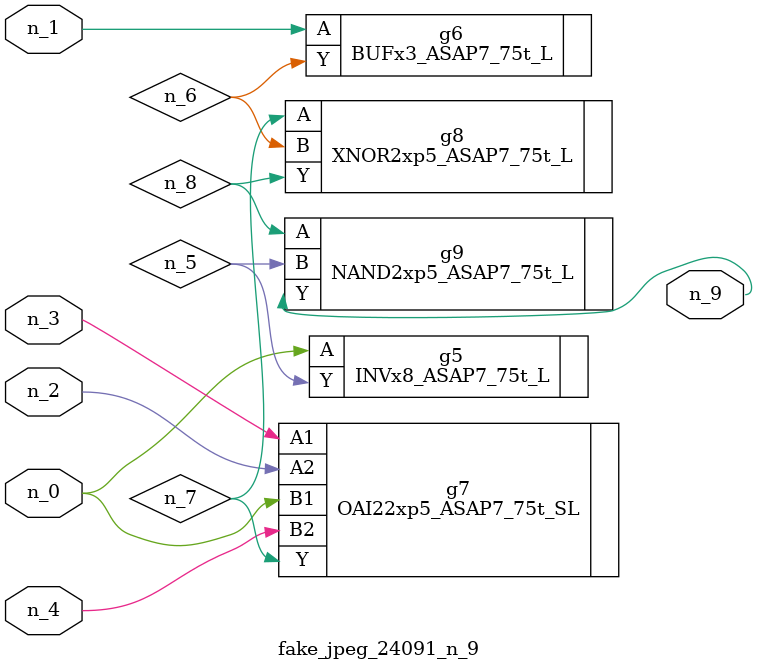
<source format=v>
module fake_jpeg_24091_n_9 (n_3, n_2, n_1, n_0, n_4, n_9);

input n_3;
input n_2;
input n_1;
input n_0;
input n_4;

output n_9;

wire n_8;
wire n_6;
wire n_5;
wire n_7;

INVx8_ASAP7_75t_L g5 ( 
.A(n_0),
.Y(n_5)
);

BUFx3_ASAP7_75t_L g6 ( 
.A(n_1),
.Y(n_6)
);

OAI22xp5_ASAP7_75t_SL g7 ( 
.A1(n_3),
.A2(n_2),
.B1(n_0),
.B2(n_4),
.Y(n_7)
);

XNOR2xp5_ASAP7_75t_L g8 ( 
.A(n_7),
.B(n_6),
.Y(n_8)
);

NAND2xp5_ASAP7_75t_L g9 ( 
.A(n_8),
.B(n_5),
.Y(n_9)
);


endmodule
</source>
